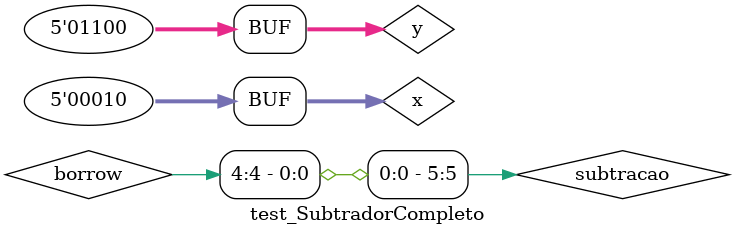
<source format=v>
/*
    -identificação: 

Guia_0802 - 19 / 09 / 2024

Nome: Davi Cândido de Almeida
Matricula: 857859
Código de Pessoa: 1527368

*/



/// -------------------------
// meio subtrator (half subtractor)
// -------------------------
module subtradorComun ( output borrow, output diff, input a, input b );

    xor XOR1 (diff, a, b);  // Diferença parcial
    not NOT1(not_a, a);
    and AND1 (borrow, not_a, b);  // Borrow-out
endmodule // subtradorComun


// -------------------------
// subtrador completo (full subtractor)
// -------------------------
module SubtradorCompleto ( output borrow_out, output diff, input a, input b, input borrow_in );

    wire borrow1, borrow2, res_Xor;
    
    // Dois meios subtratores para implementar o subtrador completo
    subtradorComun HS1 (borrow1, res_Xor, a, b);         // Primeiro meio subtrator
    subtradorComun HS2 (borrow2, diff, res_Xor, borrow_in); // Segundo meio subtrator
    
    // O borrow-out é a OR dos dois borrows intermediários
    or OR1 (borrow_out, borrow1, borrow2);
endmodule // SubtradorCompleto



// -------------------------
// modulo de teste para o full subtractor
// -------------------------
module test_SubtradorCompleto;
    // ------------------------- definir dados

    reg [4:0] x;           // Registradores de 4 bits para armazenar operandos
    reg [4:0] y;
    wire [4:0] borrow;     // "Borrow" de 4 bits
    wire [5:0] subtracao;  // Subtração de 5 bits para acomodar borrow-out final
    
    // Instanciando os subtratores completos
    SubtradorCompleto FS0 (borrow[0], subtracao[0], x[0], y[0], 1'b0); // Primeiro bit
    SubtradorCompleto FS1 (borrow[1], subtracao[1], x[1], y[1], borrow[0]); // Segundo bit
    SubtradorCompleto FS2 (borrow[2], subtracao[2], x[2], y[2], borrow[1]); // Terceiro bit
    SubtradorCompleto FS3 (borrow[3], subtracao[3], x[3], y[3], borrow[2]); // Quarto bit
    SubtradorCompleto FS4 (borrow[4], subtracao[4], x[4], y[4], borrow[3]); // Quinto bit
    
    // Borrow-out final para o quinto bit
    assign subtracao[5] = borrow[4];
    
    // ------------------------- parte principal
    initial begin
        $display("Guia_0802 - Davi Cândido de Almeida - 857859");
        $display("Test Subtração Completa");
        
        // Inicializar os valores de x e y
        x = 5'b01010; // Exemplo de valor binário (10 em decimal)
        y = 5'b00101; // Exemplo de valor binário (5 em decimal)
        
        // Exibir os resultados da subtração e do borrow
        #1 $monitor("x = %b, y = %b, subtracao = %b, borrow = %b", x, y, subtracao, borrow);

        // Testes adicionais
        #1 x = 5'b00000; y = 5'b00000;
        #1 x = 5'b00001; y = 5'b00000;
        #1 x = 5'b00001; y = 5'b00001;
        #1 x = 5'b00010; y = 5'b00001;
        #1 x = 5'b00011; y = 5'b00001;
        #1 x = 5'b00100; y = 5'b00010;
        #1 x = 5'b00101; y = 5'b00010;
        #1 x = 5'b01000; y = 5'b00100;

        //teste de subtrações para negativos
        #1 x = 5'b00000; y = 5'b00001;
        #1 x = 5'b00010; y = 5'b01100;
    end
endmodule // test_SubtradorCompleto


/*
    -Saídas de resultados:

Guia_0802 - Davi Cândido de Almeida - 857859
Test Subtração Completa
x = 01010, y = 00101, subtracao = 000101, borrow = 00101
x = 00000, y = 00000, subtracao = 000000, borrow = 00000
x = 00001, y = 00000, subtracao = 000001, borrow = 00000
x = 00001, y = 00001, subtracao = 000000, borrow = 00000
x = 00010, y = 00001, subtracao = 000001, borrow = 00001
x = 00011, y = 00001, subtracao = 000010, borrow = 00000
x = 00100, y = 00010, subtracao = 000010, borrow = 00010
x = 00101, y = 00010, subtracao = 000011, borrow = 00010
x = 01000, y = 00100, subtracao = 000100, borrow = 00100
x = 00000, y = 00001, subtracao = 111111, borrow = 11111
x = 00010, y = 01100, subtracao = 110110, borrow = 11100

*/

/*
    -Notas:

Para compilar: iverilog -o Guia_0802.vvp Guia_0802.v
Para executar: vvp Guia_0802.vvp
*/


</source>
